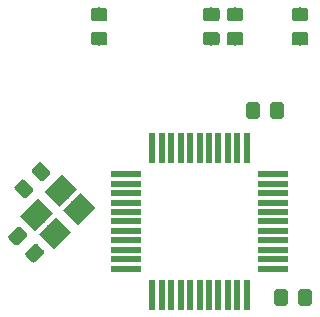
<source format=gtp>
G04 #@! TF.GenerationSoftware,KiCad,Pcbnew,(5.1.4)-1*
G04 #@! TF.CreationDate,2019-11-21T23:19:01-08:00*
G04 #@! TF.ProjectId,AODox,414f446f-782e-46b6-9963-61645f706362,v2*
G04 #@! TF.SameCoordinates,Original*
G04 #@! TF.FileFunction,Paste,Top*
G04 #@! TF.FilePolarity,Positive*
%FSLAX46Y46*%
G04 Gerber Fmt 4.6, Leading zero omitted, Abs format (unit mm)*
G04 Created by KiCad (PCBNEW (5.1.4)-1) date 2019-11-21 23:19:01*
%MOMM*%
%LPD*%
G04 APERTURE LIST*
%ADD10C,0.100000*%
%ADD11C,1.150000*%
%ADD12C,1.800000*%
%ADD13R,0.550000X2.500000*%
%ADD14R,2.500000X0.550000*%
G04 APERTURE END LIST*
D10*
G36*
X206179943Y-93718980D02*
G01*
X206204211Y-93722580D01*
X206228010Y-93728541D01*
X206251109Y-93736806D01*
X206273288Y-93747296D01*
X206294331Y-93759908D01*
X206314037Y-93774523D01*
X206332215Y-93790999D01*
X206791836Y-94250620D01*
X206808312Y-94268798D01*
X206822927Y-94288504D01*
X206835539Y-94309547D01*
X206846029Y-94331726D01*
X206854294Y-94354825D01*
X206860255Y-94378624D01*
X206863855Y-94402892D01*
X206865059Y-94427396D01*
X206863855Y-94451900D01*
X206860255Y-94476168D01*
X206854294Y-94499967D01*
X206846029Y-94523066D01*
X206835539Y-94545245D01*
X206822927Y-94566288D01*
X206808312Y-94585994D01*
X206791836Y-94604172D01*
X206155439Y-95240569D01*
X206137261Y-95257045D01*
X206117555Y-95271660D01*
X206096512Y-95284272D01*
X206074333Y-95294762D01*
X206051234Y-95303027D01*
X206027435Y-95308988D01*
X206003167Y-95312588D01*
X205978663Y-95313792D01*
X205954159Y-95312588D01*
X205929891Y-95308988D01*
X205906092Y-95303027D01*
X205882993Y-95294762D01*
X205860814Y-95284272D01*
X205839771Y-95271660D01*
X205820065Y-95257045D01*
X205801887Y-95240569D01*
X205342266Y-94780948D01*
X205325790Y-94762770D01*
X205311175Y-94743064D01*
X205298563Y-94722021D01*
X205288073Y-94699842D01*
X205279808Y-94676743D01*
X205273847Y-94652944D01*
X205270247Y-94628676D01*
X205269043Y-94604172D01*
X205270247Y-94579668D01*
X205273847Y-94555400D01*
X205279808Y-94531601D01*
X205288073Y-94508502D01*
X205298563Y-94486323D01*
X205311175Y-94465280D01*
X205325790Y-94445574D01*
X205342266Y-94427396D01*
X205978663Y-93790999D01*
X205996841Y-93774523D01*
X206016547Y-93759908D01*
X206037590Y-93747296D01*
X206059769Y-93736806D01*
X206082868Y-93728541D01*
X206106667Y-93722580D01*
X206130935Y-93718980D01*
X206155439Y-93717776D01*
X206179943Y-93718980D01*
X206179943Y-93718980D01*
G37*
D11*
X206067051Y-94515784D03*
D10*
G36*
X204730375Y-92269412D02*
G01*
X204754643Y-92273012D01*
X204778442Y-92278973D01*
X204801541Y-92287238D01*
X204823720Y-92297728D01*
X204844763Y-92310340D01*
X204864469Y-92324955D01*
X204882647Y-92341431D01*
X205342268Y-92801052D01*
X205358744Y-92819230D01*
X205373359Y-92838936D01*
X205385971Y-92859979D01*
X205396461Y-92882158D01*
X205404726Y-92905257D01*
X205410687Y-92929056D01*
X205414287Y-92953324D01*
X205415491Y-92977828D01*
X205414287Y-93002332D01*
X205410687Y-93026600D01*
X205404726Y-93050399D01*
X205396461Y-93073498D01*
X205385971Y-93095677D01*
X205373359Y-93116720D01*
X205358744Y-93136426D01*
X205342268Y-93154604D01*
X204705871Y-93791001D01*
X204687693Y-93807477D01*
X204667987Y-93822092D01*
X204646944Y-93834704D01*
X204624765Y-93845194D01*
X204601666Y-93853459D01*
X204577867Y-93859420D01*
X204553599Y-93863020D01*
X204529095Y-93864224D01*
X204504591Y-93863020D01*
X204480323Y-93859420D01*
X204456524Y-93853459D01*
X204433425Y-93845194D01*
X204411246Y-93834704D01*
X204390203Y-93822092D01*
X204370497Y-93807477D01*
X204352319Y-93791001D01*
X203892698Y-93331380D01*
X203876222Y-93313202D01*
X203861607Y-93293496D01*
X203848995Y-93272453D01*
X203838505Y-93250274D01*
X203830240Y-93227175D01*
X203824279Y-93203376D01*
X203820679Y-93179108D01*
X203819475Y-93154604D01*
X203820679Y-93130100D01*
X203824279Y-93105832D01*
X203830240Y-93082033D01*
X203838505Y-93058934D01*
X203848995Y-93036755D01*
X203861607Y-93015712D01*
X203876222Y-92996006D01*
X203892698Y-92977828D01*
X204529095Y-92341431D01*
X204547273Y-92324955D01*
X204566979Y-92310340D01*
X204588022Y-92297728D01*
X204610201Y-92287238D01*
X204633300Y-92278973D01*
X204657099Y-92273012D01*
X204681367Y-92269412D01*
X204705871Y-92268208D01*
X204730375Y-92269412D01*
X204730375Y-92269412D01*
G37*
D11*
X204617483Y-93066216D03*
D10*
G36*
X226929921Y-81732837D02*
G01*
X226954189Y-81736437D01*
X226977988Y-81742398D01*
X227001087Y-81750663D01*
X227023266Y-81761153D01*
X227044309Y-81773765D01*
X227064015Y-81788380D01*
X227082193Y-81804856D01*
X227098669Y-81823034D01*
X227113284Y-81842740D01*
X227125896Y-81863783D01*
X227136386Y-81885962D01*
X227144651Y-81909061D01*
X227150612Y-81932860D01*
X227154212Y-81957128D01*
X227155416Y-81981632D01*
X227155416Y-82881634D01*
X227154212Y-82906138D01*
X227150612Y-82930406D01*
X227144651Y-82954205D01*
X227136386Y-82977304D01*
X227125896Y-82999483D01*
X227113284Y-83020526D01*
X227098669Y-83040232D01*
X227082193Y-83058410D01*
X227064015Y-83074886D01*
X227044309Y-83089501D01*
X227023266Y-83102113D01*
X227001087Y-83112603D01*
X226977988Y-83120868D01*
X226954189Y-83126829D01*
X226929921Y-83130429D01*
X226905417Y-83131633D01*
X226255415Y-83131633D01*
X226230911Y-83130429D01*
X226206643Y-83126829D01*
X226182844Y-83120868D01*
X226159745Y-83112603D01*
X226137566Y-83102113D01*
X226116523Y-83089501D01*
X226096817Y-83074886D01*
X226078639Y-83058410D01*
X226062163Y-83040232D01*
X226047548Y-83020526D01*
X226034936Y-82999483D01*
X226024446Y-82977304D01*
X226016181Y-82954205D01*
X226010220Y-82930406D01*
X226006620Y-82906138D01*
X226005416Y-82881634D01*
X226005416Y-81981632D01*
X226006620Y-81957128D01*
X226010220Y-81932860D01*
X226016181Y-81909061D01*
X226024446Y-81885962D01*
X226034936Y-81863783D01*
X226047548Y-81842740D01*
X226062163Y-81823034D01*
X226078639Y-81804856D01*
X226096817Y-81788380D01*
X226116523Y-81773765D01*
X226137566Y-81761153D01*
X226159745Y-81750663D01*
X226182844Y-81742398D01*
X226206643Y-81736437D01*
X226230911Y-81732837D01*
X226255415Y-81731633D01*
X226905417Y-81731633D01*
X226929921Y-81732837D01*
X226929921Y-81732837D01*
G37*
D11*
X226580416Y-82431633D03*
D10*
G36*
X224879921Y-81732837D02*
G01*
X224904189Y-81736437D01*
X224927988Y-81742398D01*
X224951087Y-81750663D01*
X224973266Y-81761153D01*
X224994309Y-81773765D01*
X225014015Y-81788380D01*
X225032193Y-81804856D01*
X225048669Y-81823034D01*
X225063284Y-81842740D01*
X225075896Y-81863783D01*
X225086386Y-81885962D01*
X225094651Y-81909061D01*
X225100612Y-81932860D01*
X225104212Y-81957128D01*
X225105416Y-81981632D01*
X225105416Y-82881634D01*
X225104212Y-82906138D01*
X225100612Y-82930406D01*
X225094651Y-82954205D01*
X225086386Y-82977304D01*
X225075896Y-82999483D01*
X225063284Y-83020526D01*
X225048669Y-83040232D01*
X225032193Y-83058410D01*
X225014015Y-83074886D01*
X224994309Y-83089501D01*
X224973266Y-83102113D01*
X224951087Y-83112603D01*
X224927988Y-83120868D01*
X224904189Y-83126829D01*
X224879921Y-83130429D01*
X224855417Y-83131633D01*
X224205415Y-83131633D01*
X224180911Y-83130429D01*
X224156643Y-83126829D01*
X224132844Y-83120868D01*
X224109745Y-83112603D01*
X224087566Y-83102113D01*
X224066523Y-83089501D01*
X224046817Y-83074886D01*
X224028639Y-83058410D01*
X224012163Y-83040232D01*
X223997548Y-83020526D01*
X223984936Y-82999483D01*
X223974446Y-82977304D01*
X223966181Y-82954205D01*
X223960220Y-82930406D01*
X223956620Y-82906138D01*
X223955416Y-82881634D01*
X223955416Y-81981632D01*
X223956620Y-81957128D01*
X223960220Y-81932860D01*
X223966181Y-81909061D01*
X223974446Y-81885962D01*
X223984936Y-81863783D01*
X223997548Y-81842740D01*
X224012163Y-81823034D01*
X224028639Y-81804856D01*
X224046817Y-81788380D01*
X224066523Y-81773765D01*
X224087566Y-81761153D01*
X224109745Y-81750663D01*
X224132844Y-81742398D01*
X224156643Y-81736437D01*
X224180911Y-81732837D01*
X224205415Y-81731633D01*
X224855417Y-81731633D01*
X224879921Y-81732837D01*
X224879921Y-81732837D01*
G37*
D11*
X224530416Y-82431633D03*
D10*
G36*
X206533150Y-86827241D02*
G01*
X206557418Y-86830841D01*
X206581217Y-86836802D01*
X206604316Y-86845067D01*
X206626495Y-86855557D01*
X206647538Y-86868169D01*
X206667244Y-86882784D01*
X206685422Y-86899260D01*
X207321819Y-87535657D01*
X207338295Y-87553835D01*
X207352910Y-87573541D01*
X207365522Y-87594584D01*
X207376012Y-87616763D01*
X207384277Y-87639862D01*
X207390238Y-87663661D01*
X207393838Y-87687929D01*
X207395042Y-87712433D01*
X207393838Y-87736937D01*
X207390238Y-87761205D01*
X207384277Y-87785004D01*
X207376012Y-87808103D01*
X207365522Y-87830282D01*
X207352910Y-87851325D01*
X207338295Y-87871031D01*
X207321819Y-87889209D01*
X206862198Y-88348830D01*
X206844020Y-88365306D01*
X206824314Y-88379921D01*
X206803271Y-88392533D01*
X206781092Y-88403023D01*
X206757993Y-88411288D01*
X206734194Y-88417249D01*
X206709926Y-88420849D01*
X206685422Y-88422053D01*
X206660918Y-88420849D01*
X206636650Y-88417249D01*
X206612851Y-88411288D01*
X206589752Y-88403023D01*
X206567573Y-88392533D01*
X206546530Y-88379921D01*
X206526824Y-88365306D01*
X206508646Y-88348830D01*
X205872249Y-87712433D01*
X205855773Y-87694255D01*
X205841158Y-87674549D01*
X205828546Y-87653506D01*
X205818056Y-87631327D01*
X205809791Y-87608228D01*
X205803830Y-87584429D01*
X205800230Y-87560161D01*
X205799026Y-87535657D01*
X205800230Y-87511153D01*
X205803830Y-87486885D01*
X205809791Y-87463086D01*
X205818056Y-87439987D01*
X205828546Y-87417808D01*
X205841158Y-87396765D01*
X205855773Y-87377059D01*
X205872249Y-87358881D01*
X206331870Y-86899260D01*
X206350048Y-86882784D01*
X206369754Y-86868169D01*
X206390797Y-86855557D01*
X206412976Y-86845067D01*
X206436075Y-86836802D01*
X206459874Y-86830841D01*
X206484142Y-86827241D01*
X206508646Y-86826037D01*
X206533150Y-86827241D01*
X206533150Y-86827241D01*
G37*
D11*
X206597034Y-87624045D03*
D10*
G36*
X205083582Y-88276809D02*
G01*
X205107850Y-88280409D01*
X205131649Y-88286370D01*
X205154748Y-88294635D01*
X205176927Y-88305125D01*
X205197970Y-88317737D01*
X205217676Y-88332352D01*
X205235854Y-88348828D01*
X205872251Y-88985225D01*
X205888727Y-89003403D01*
X205903342Y-89023109D01*
X205915954Y-89044152D01*
X205926444Y-89066331D01*
X205934709Y-89089430D01*
X205940670Y-89113229D01*
X205944270Y-89137497D01*
X205945474Y-89162001D01*
X205944270Y-89186505D01*
X205940670Y-89210773D01*
X205934709Y-89234572D01*
X205926444Y-89257671D01*
X205915954Y-89279850D01*
X205903342Y-89300893D01*
X205888727Y-89320599D01*
X205872251Y-89338777D01*
X205412630Y-89798398D01*
X205394452Y-89814874D01*
X205374746Y-89829489D01*
X205353703Y-89842101D01*
X205331524Y-89852591D01*
X205308425Y-89860856D01*
X205284626Y-89866817D01*
X205260358Y-89870417D01*
X205235854Y-89871621D01*
X205211350Y-89870417D01*
X205187082Y-89866817D01*
X205163283Y-89860856D01*
X205140184Y-89852591D01*
X205118005Y-89842101D01*
X205096962Y-89829489D01*
X205077256Y-89814874D01*
X205059078Y-89798398D01*
X204422681Y-89162001D01*
X204406205Y-89143823D01*
X204391590Y-89124117D01*
X204378978Y-89103074D01*
X204368488Y-89080895D01*
X204360223Y-89057796D01*
X204354262Y-89033997D01*
X204350662Y-89009729D01*
X204349458Y-88985225D01*
X204350662Y-88960721D01*
X204354262Y-88936453D01*
X204360223Y-88912654D01*
X204368488Y-88889555D01*
X204378978Y-88867376D01*
X204391590Y-88846333D01*
X204406205Y-88826627D01*
X204422681Y-88808449D01*
X204882302Y-88348828D01*
X204900480Y-88332352D01*
X204920186Y-88317737D01*
X204941229Y-88305125D01*
X204963408Y-88294635D01*
X204986507Y-88286370D01*
X205010306Y-88280409D01*
X205034574Y-88276809D01*
X205059078Y-88275605D01*
X205083582Y-88276809D01*
X205083582Y-88276809D01*
G37*
D11*
X205147466Y-89073613D03*
D10*
G36*
X221491537Y-73737200D02*
G01*
X221515805Y-73740800D01*
X221539604Y-73746761D01*
X221562703Y-73755026D01*
X221584882Y-73765516D01*
X221605925Y-73778128D01*
X221625631Y-73792743D01*
X221643809Y-73809219D01*
X221660285Y-73827397D01*
X221674900Y-73847103D01*
X221687512Y-73868146D01*
X221698002Y-73890325D01*
X221706267Y-73913424D01*
X221712228Y-73937223D01*
X221715828Y-73961491D01*
X221717032Y-73985995D01*
X221717032Y-74635997D01*
X221715828Y-74660501D01*
X221712228Y-74684769D01*
X221706267Y-74708568D01*
X221698002Y-74731667D01*
X221687512Y-74753846D01*
X221674900Y-74774889D01*
X221660285Y-74794595D01*
X221643809Y-74812773D01*
X221625631Y-74829249D01*
X221605925Y-74843864D01*
X221584882Y-74856476D01*
X221562703Y-74866966D01*
X221539604Y-74875231D01*
X221515805Y-74881192D01*
X221491537Y-74884792D01*
X221467033Y-74885996D01*
X220567031Y-74885996D01*
X220542527Y-74884792D01*
X220518259Y-74881192D01*
X220494460Y-74875231D01*
X220471361Y-74866966D01*
X220449182Y-74856476D01*
X220428139Y-74843864D01*
X220408433Y-74829249D01*
X220390255Y-74812773D01*
X220373779Y-74794595D01*
X220359164Y-74774889D01*
X220346552Y-74753846D01*
X220336062Y-74731667D01*
X220327797Y-74708568D01*
X220321836Y-74684769D01*
X220318236Y-74660501D01*
X220317032Y-74635997D01*
X220317032Y-73985995D01*
X220318236Y-73961491D01*
X220321836Y-73937223D01*
X220327797Y-73913424D01*
X220336062Y-73890325D01*
X220346552Y-73868146D01*
X220359164Y-73847103D01*
X220373779Y-73827397D01*
X220390255Y-73809219D01*
X220408433Y-73792743D01*
X220428139Y-73778128D01*
X220449182Y-73765516D01*
X220471361Y-73755026D01*
X220494460Y-73746761D01*
X220518259Y-73740800D01*
X220542527Y-73737200D01*
X220567031Y-73735996D01*
X221467033Y-73735996D01*
X221491537Y-73737200D01*
X221491537Y-73737200D01*
G37*
D11*
X221017032Y-74310996D03*
D10*
G36*
X221491537Y-75787200D02*
G01*
X221515805Y-75790800D01*
X221539604Y-75796761D01*
X221562703Y-75805026D01*
X221584882Y-75815516D01*
X221605925Y-75828128D01*
X221625631Y-75842743D01*
X221643809Y-75859219D01*
X221660285Y-75877397D01*
X221674900Y-75897103D01*
X221687512Y-75918146D01*
X221698002Y-75940325D01*
X221706267Y-75963424D01*
X221712228Y-75987223D01*
X221715828Y-76011491D01*
X221717032Y-76035995D01*
X221717032Y-76685997D01*
X221715828Y-76710501D01*
X221712228Y-76734769D01*
X221706267Y-76758568D01*
X221698002Y-76781667D01*
X221687512Y-76803846D01*
X221674900Y-76824889D01*
X221660285Y-76844595D01*
X221643809Y-76862773D01*
X221625631Y-76879249D01*
X221605925Y-76893864D01*
X221584882Y-76906476D01*
X221562703Y-76916966D01*
X221539604Y-76925231D01*
X221515805Y-76931192D01*
X221491537Y-76934792D01*
X221467033Y-76935996D01*
X220567031Y-76935996D01*
X220542527Y-76934792D01*
X220518259Y-76931192D01*
X220494460Y-76925231D01*
X220471361Y-76916966D01*
X220449182Y-76906476D01*
X220428139Y-76893864D01*
X220408433Y-76879249D01*
X220390255Y-76862773D01*
X220373779Y-76844595D01*
X220359164Y-76824889D01*
X220346552Y-76803846D01*
X220336062Y-76781667D01*
X220327797Y-76758568D01*
X220321836Y-76734769D01*
X220318236Y-76710501D01*
X220317032Y-76685997D01*
X220317032Y-76035995D01*
X220318236Y-76011491D01*
X220321836Y-75987223D01*
X220327797Y-75963424D01*
X220336062Y-75940325D01*
X220346552Y-75918146D01*
X220359164Y-75897103D01*
X220373779Y-75877397D01*
X220390255Y-75859219D01*
X220408433Y-75842743D01*
X220428139Y-75828128D01*
X220449182Y-75815516D01*
X220471361Y-75805026D01*
X220494460Y-75796761D01*
X220518259Y-75790800D01*
X220542527Y-75787200D01*
X220567031Y-75785996D01*
X221467033Y-75785996D01*
X221491537Y-75787200D01*
X221491537Y-75787200D01*
G37*
D11*
X221017032Y-76360996D03*
D10*
G36*
X229299918Y-97562837D02*
G01*
X229324186Y-97566437D01*
X229347985Y-97572398D01*
X229371084Y-97580663D01*
X229393263Y-97591153D01*
X229414306Y-97603765D01*
X229434012Y-97618380D01*
X229452190Y-97634856D01*
X229468666Y-97653034D01*
X229483281Y-97672740D01*
X229495893Y-97693783D01*
X229506383Y-97715962D01*
X229514648Y-97739061D01*
X229520609Y-97762860D01*
X229524209Y-97787128D01*
X229525413Y-97811632D01*
X229525413Y-98711634D01*
X229524209Y-98736138D01*
X229520609Y-98760406D01*
X229514648Y-98784205D01*
X229506383Y-98807304D01*
X229495893Y-98829483D01*
X229483281Y-98850526D01*
X229468666Y-98870232D01*
X229452190Y-98888410D01*
X229434012Y-98904886D01*
X229414306Y-98919501D01*
X229393263Y-98932113D01*
X229371084Y-98942603D01*
X229347985Y-98950868D01*
X229324186Y-98956829D01*
X229299918Y-98960429D01*
X229275414Y-98961633D01*
X228625412Y-98961633D01*
X228600908Y-98960429D01*
X228576640Y-98956829D01*
X228552841Y-98950868D01*
X228529742Y-98942603D01*
X228507563Y-98932113D01*
X228486520Y-98919501D01*
X228466814Y-98904886D01*
X228448636Y-98888410D01*
X228432160Y-98870232D01*
X228417545Y-98850526D01*
X228404933Y-98829483D01*
X228394443Y-98807304D01*
X228386178Y-98784205D01*
X228380217Y-98760406D01*
X228376617Y-98736138D01*
X228375413Y-98711634D01*
X228375413Y-97811632D01*
X228376617Y-97787128D01*
X228380217Y-97762860D01*
X228386178Y-97739061D01*
X228394443Y-97715962D01*
X228404933Y-97693783D01*
X228417545Y-97672740D01*
X228432160Y-97653034D01*
X228448636Y-97634856D01*
X228466814Y-97618380D01*
X228486520Y-97603765D01*
X228507563Y-97591153D01*
X228529742Y-97580663D01*
X228552841Y-97572398D01*
X228576640Y-97566437D01*
X228600908Y-97562837D01*
X228625412Y-97561633D01*
X229275414Y-97561633D01*
X229299918Y-97562837D01*
X229299918Y-97562837D01*
G37*
D11*
X228950413Y-98261633D03*
D10*
G36*
X227249918Y-97562837D02*
G01*
X227274186Y-97566437D01*
X227297985Y-97572398D01*
X227321084Y-97580663D01*
X227343263Y-97591153D01*
X227364306Y-97603765D01*
X227384012Y-97618380D01*
X227402190Y-97634856D01*
X227418666Y-97653034D01*
X227433281Y-97672740D01*
X227445893Y-97693783D01*
X227456383Y-97715962D01*
X227464648Y-97739061D01*
X227470609Y-97762860D01*
X227474209Y-97787128D01*
X227475413Y-97811632D01*
X227475413Y-98711634D01*
X227474209Y-98736138D01*
X227470609Y-98760406D01*
X227464648Y-98784205D01*
X227456383Y-98807304D01*
X227445893Y-98829483D01*
X227433281Y-98850526D01*
X227418666Y-98870232D01*
X227402190Y-98888410D01*
X227384012Y-98904886D01*
X227364306Y-98919501D01*
X227343263Y-98932113D01*
X227321084Y-98942603D01*
X227297985Y-98950868D01*
X227274186Y-98956829D01*
X227249918Y-98960429D01*
X227225414Y-98961633D01*
X226575412Y-98961633D01*
X226550908Y-98960429D01*
X226526640Y-98956829D01*
X226502841Y-98950868D01*
X226479742Y-98942603D01*
X226457563Y-98932113D01*
X226436520Y-98919501D01*
X226416814Y-98904886D01*
X226398636Y-98888410D01*
X226382160Y-98870232D01*
X226367545Y-98850526D01*
X226354933Y-98829483D01*
X226344443Y-98807304D01*
X226336178Y-98784205D01*
X226330217Y-98760406D01*
X226326617Y-98736138D01*
X226325413Y-98711634D01*
X226325413Y-97811632D01*
X226326617Y-97787128D01*
X226330217Y-97762860D01*
X226336178Y-97739061D01*
X226344443Y-97715962D01*
X226354933Y-97693783D01*
X226367545Y-97672740D01*
X226382160Y-97653034D01*
X226398636Y-97634856D01*
X226416814Y-97618380D01*
X226436520Y-97603765D01*
X226457563Y-97591153D01*
X226479742Y-97580663D01*
X226502841Y-97572398D01*
X226526640Y-97566437D01*
X226550908Y-97562837D01*
X226575412Y-97561633D01*
X227225414Y-97561633D01*
X227249918Y-97562837D01*
X227249918Y-97562837D01*
G37*
D11*
X226900413Y-98261633D03*
D10*
G36*
X228991771Y-75787206D02*
G01*
X229016039Y-75790806D01*
X229039838Y-75796767D01*
X229062937Y-75805032D01*
X229085116Y-75815522D01*
X229106159Y-75828134D01*
X229125865Y-75842749D01*
X229144043Y-75859225D01*
X229160519Y-75877403D01*
X229175134Y-75897109D01*
X229187746Y-75918152D01*
X229198236Y-75940331D01*
X229206501Y-75963430D01*
X229212462Y-75987229D01*
X229216062Y-76011497D01*
X229217266Y-76036001D01*
X229217266Y-76686003D01*
X229216062Y-76710507D01*
X229212462Y-76734775D01*
X229206501Y-76758574D01*
X229198236Y-76781673D01*
X229187746Y-76803852D01*
X229175134Y-76824895D01*
X229160519Y-76844601D01*
X229144043Y-76862779D01*
X229125865Y-76879255D01*
X229106159Y-76893870D01*
X229085116Y-76906482D01*
X229062937Y-76916972D01*
X229039838Y-76925237D01*
X229016039Y-76931198D01*
X228991771Y-76934798D01*
X228967267Y-76936002D01*
X228067265Y-76936002D01*
X228042761Y-76934798D01*
X228018493Y-76931198D01*
X227994694Y-76925237D01*
X227971595Y-76916972D01*
X227949416Y-76906482D01*
X227928373Y-76893870D01*
X227908667Y-76879255D01*
X227890489Y-76862779D01*
X227874013Y-76844601D01*
X227859398Y-76824895D01*
X227846786Y-76803852D01*
X227836296Y-76781673D01*
X227828031Y-76758574D01*
X227822070Y-76734775D01*
X227818470Y-76710507D01*
X227817266Y-76686003D01*
X227817266Y-76036001D01*
X227818470Y-76011497D01*
X227822070Y-75987229D01*
X227828031Y-75963430D01*
X227836296Y-75940331D01*
X227846786Y-75918152D01*
X227859398Y-75897109D01*
X227874013Y-75877403D01*
X227890489Y-75859225D01*
X227908667Y-75842749D01*
X227928373Y-75828134D01*
X227949416Y-75815522D01*
X227971595Y-75805032D01*
X227994694Y-75796767D01*
X228018493Y-75790806D01*
X228042761Y-75787206D01*
X228067265Y-75786002D01*
X228967267Y-75786002D01*
X228991771Y-75787206D01*
X228991771Y-75787206D01*
G37*
D11*
X228517266Y-76361002D03*
D10*
G36*
X228991771Y-73737206D02*
G01*
X229016039Y-73740806D01*
X229039838Y-73746767D01*
X229062937Y-73755032D01*
X229085116Y-73765522D01*
X229106159Y-73778134D01*
X229125865Y-73792749D01*
X229144043Y-73809225D01*
X229160519Y-73827403D01*
X229175134Y-73847109D01*
X229187746Y-73868152D01*
X229198236Y-73890331D01*
X229206501Y-73913430D01*
X229212462Y-73937229D01*
X229216062Y-73961497D01*
X229217266Y-73986001D01*
X229217266Y-74636003D01*
X229216062Y-74660507D01*
X229212462Y-74684775D01*
X229206501Y-74708574D01*
X229198236Y-74731673D01*
X229187746Y-74753852D01*
X229175134Y-74774895D01*
X229160519Y-74794601D01*
X229144043Y-74812779D01*
X229125865Y-74829255D01*
X229106159Y-74843870D01*
X229085116Y-74856482D01*
X229062937Y-74866972D01*
X229039838Y-74875237D01*
X229016039Y-74881198D01*
X228991771Y-74884798D01*
X228967267Y-74886002D01*
X228067265Y-74886002D01*
X228042761Y-74884798D01*
X228018493Y-74881198D01*
X227994694Y-74875237D01*
X227971595Y-74866972D01*
X227949416Y-74856482D01*
X227928373Y-74843870D01*
X227908667Y-74829255D01*
X227890489Y-74812779D01*
X227874013Y-74794601D01*
X227859398Y-74774895D01*
X227846786Y-74753852D01*
X227836296Y-74731673D01*
X227828031Y-74708574D01*
X227822070Y-74684775D01*
X227818470Y-74660507D01*
X227817266Y-74636003D01*
X227817266Y-73986001D01*
X227818470Y-73961497D01*
X227822070Y-73937229D01*
X227828031Y-73913430D01*
X227836296Y-73890331D01*
X227846786Y-73868152D01*
X227859398Y-73847109D01*
X227874013Y-73827403D01*
X227890489Y-73809225D01*
X227908667Y-73792749D01*
X227928373Y-73778134D01*
X227949416Y-73765522D01*
X227971595Y-73755032D01*
X227994694Y-73746767D01*
X228018493Y-73740806D01*
X228042761Y-73737206D01*
X228067265Y-73736002D01*
X228967267Y-73736002D01*
X228991771Y-73737206D01*
X228991771Y-73737206D01*
G37*
D11*
X228517266Y-74311002D03*
D10*
G36*
X211991767Y-75787199D02*
G01*
X212016035Y-75790799D01*
X212039834Y-75796760D01*
X212062933Y-75805025D01*
X212085112Y-75815515D01*
X212106155Y-75828127D01*
X212125861Y-75842742D01*
X212144039Y-75859218D01*
X212160515Y-75877396D01*
X212175130Y-75897102D01*
X212187742Y-75918145D01*
X212198232Y-75940324D01*
X212206497Y-75963423D01*
X212212458Y-75987222D01*
X212216058Y-76011490D01*
X212217262Y-76035994D01*
X212217262Y-76685996D01*
X212216058Y-76710500D01*
X212212458Y-76734768D01*
X212206497Y-76758567D01*
X212198232Y-76781666D01*
X212187742Y-76803845D01*
X212175130Y-76824888D01*
X212160515Y-76844594D01*
X212144039Y-76862772D01*
X212125861Y-76879248D01*
X212106155Y-76893863D01*
X212085112Y-76906475D01*
X212062933Y-76916965D01*
X212039834Y-76925230D01*
X212016035Y-76931191D01*
X211991767Y-76934791D01*
X211967263Y-76935995D01*
X211067261Y-76935995D01*
X211042757Y-76934791D01*
X211018489Y-76931191D01*
X210994690Y-76925230D01*
X210971591Y-76916965D01*
X210949412Y-76906475D01*
X210928369Y-76893863D01*
X210908663Y-76879248D01*
X210890485Y-76862772D01*
X210874009Y-76844594D01*
X210859394Y-76824888D01*
X210846782Y-76803845D01*
X210836292Y-76781666D01*
X210828027Y-76758567D01*
X210822066Y-76734768D01*
X210818466Y-76710500D01*
X210817262Y-76685996D01*
X210817262Y-76035994D01*
X210818466Y-76011490D01*
X210822066Y-75987222D01*
X210828027Y-75963423D01*
X210836292Y-75940324D01*
X210846782Y-75918145D01*
X210859394Y-75897102D01*
X210874009Y-75877396D01*
X210890485Y-75859218D01*
X210908663Y-75842742D01*
X210928369Y-75828127D01*
X210949412Y-75815515D01*
X210971591Y-75805025D01*
X210994690Y-75796760D01*
X211018489Y-75790799D01*
X211042757Y-75787199D01*
X211067261Y-75785995D01*
X211967263Y-75785995D01*
X211991767Y-75787199D01*
X211991767Y-75787199D01*
G37*
D11*
X211517262Y-76360995D03*
D10*
G36*
X211991767Y-73737199D02*
G01*
X212016035Y-73740799D01*
X212039834Y-73746760D01*
X212062933Y-73755025D01*
X212085112Y-73765515D01*
X212106155Y-73778127D01*
X212125861Y-73792742D01*
X212144039Y-73809218D01*
X212160515Y-73827396D01*
X212175130Y-73847102D01*
X212187742Y-73868145D01*
X212198232Y-73890324D01*
X212206497Y-73913423D01*
X212212458Y-73937222D01*
X212216058Y-73961490D01*
X212217262Y-73985994D01*
X212217262Y-74635996D01*
X212216058Y-74660500D01*
X212212458Y-74684768D01*
X212206497Y-74708567D01*
X212198232Y-74731666D01*
X212187742Y-74753845D01*
X212175130Y-74774888D01*
X212160515Y-74794594D01*
X212144039Y-74812772D01*
X212125861Y-74829248D01*
X212106155Y-74843863D01*
X212085112Y-74856475D01*
X212062933Y-74866965D01*
X212039834Y-74875230D01*
X212016035Y-74881191D01*
X211991767Y-74884791D01*
X211967263Y-74885995D01*
X211067261Y-74885995D01*
X211042757Y-74884791D01*
X211018489Y-74881191D01*
X210994690Y-74875230D01*
X210971591Y-74866965D01*
X210949412Y-74856475D01*
X210928369Y-74843863D01*
X210908663Y-74829248D01*
X210890485Y-74812772D01*
X210874009Y-74794594D01*
X210859394Y-74774888D01*
X210846782Y-74753845D01*
X210836292Y-74731666D01*
X210828027Y-74708567D01*
X210822066Y-74684768D01*
X210818466Y-74660500D01*
X210817262Y-74635996D01*
X210817262Y-73985994D01*
X210818466Y-73961490D01*
X210822066Y-73937222D01*
X210828027Y-73913423D01*
X210836292Y-73890324D01*
X210846782Y-73868145D01*
X210859394Y-73847102D01*
X210874009Y-73827396D01*
X210890485Y-73809218D01*
X210908663Y-73792742D01*
X210928369Y-73778127D01*
X210949412Y-73765515D01*
X210971591Y-73755025D01*
X210994690Y-73746760D01*
X211018489Y-73740799D01*
X211042757Y-73737199D01*
X211067261Y-73735995D01*
X211967263Y-73735995D01*
X211991767Y-73737199D01*
X211991767Y-73737199D01*
G37*
D11*
X211517262Y-74310995D03*
D12*
X209835387Y-90773515D03*
D10*
G36*
X209941453Y-89394657D02*
G01*
X211214245Y-90667449D01*
X209729321Y-92152373D01*
X208456529Y-90879581D01*
X209941453Y-89394657D01*
X209941453Y-89394657D01*
G37*
D12*
X207784778Y-92824124D03*
D10*
G36*
X207890844Y-91445266D02*
G01*
X209163636Y-92718058D01*
X207678712Y-94202982D01*
X206405920Y-92930190D01*
X207890844Y-91445266D01*
X207890844Y-91445266D01*
G37*
D12*
X206229143Y-91268489D03*
D10*
G36*
X206335209Y-89889631D02*
G01*
X207608001Y-91162423D01*
X206123077Y-92647347D01*
X204850285Y-91374555D01*
X206335209Y-89889631D01*
X206335209Y-89889631D01*
G37*
D12*
X208279752Y-89217880D03*
D10*
G36*
X208385818Y-87839022D02*
G01*
X209658610Y-89111814D01*
X208173686Y-90596738D01*
X206900894Y-89323946D01*
X208385818Y-87839022D01*
X208385818Y-87839022D01*
G37*
G36*
X223491539Y-73737202D02*
G01*
X223515807Y-73740802D01*
X223539606Y-73746763D01*
X223562705Y-73755028D01*
X223584884Y-73765518D01*
X223605927Y-73778130D01*
X223625633Y-73792745D01*
X223643811Y-73809221D01*
X223660287Y-73827399D01*
X223674902Y-73847105D01*
X223687514Y-73868148D01*
X223698004Y-73890327D01*
X223706269Y-73913426D01*
X223712230Y-73937225D01*
X223715830Y-73961493D01*
X223717034Y-73985997D01*
X223717034Y-74635999D01*
X223715830Y-74660503D01*
X223712230Y-74684771D01*
X223706269Y-74708570D01*
X223698004Y-74731669D01*
X223687514Y-74753848D01*
X223674902Y-74774891D01*
X223660287Y-74794597D01*
X223643811Y-74812775D01*
X223625633Y-74829251D01*
X223605927Y-74843866D01*
X223584884Y-74856478D01*
X223562705Y-74866968D01*
X223539606Y-74875233D01*
X223515807Y-74881194D01*
X223491539Y-74884794D01*
X223467035Y-74885998D01*
X222567033Y-74885998D01*
X222542529Y-74884794D01*
X222518261Y-74881194D01*
X222494462Y-74875233D01*
X222471363Y-74866968D01*
X222449184Y-74856478D01*
X222428141Y-74843866D01*
X222408435Y-74829251D01*
X222390257Y-74812775D01*
X222373781Y-74794597D01*
X222359166Y-74774891D01*
X222346554Y-74753848D01*
X222336064Y-74731669D01*
X222327799Y-74708570D01*
X222321838Y-74684771D01*
X222318238Y-74660503D01*
X222317034Y-74635999D01*
X222317034Y-73985997D01*
X222318238Y-73961493D01*
X222321838Y-73937225D01*
X222327799Y-73913426D01*
X222336064Y-73890327D01*
X222346554Y-73868148D01*
X222359166Y-73847105D01*
X222373781Y-73827399D01*
X222390257Y-73809221D01*
X222408435Y-73792745D01*
X222428141Y-73778130D01*
X222449184Y-73765518D01*
X222471363Y-73755028D01*
X222494462Y-73746763D01*
X222518261Y-73740802D01*
X222542529Y-73737202D01*
X222567033Y-73735998D01*
X223467035Y-73735998D01*
X223491539Y-73737202D01*
X223491539Y-73737202D01*
G37*
D11*
X223017034Y-74310998D03*
D10*
G36*
X223491539Y-75787202D02*
G01*
X223515807Y-75790802D01*
X223539606Y-75796763D01*
X223562705Y-75805028D01*
X223584884Y-75815518D01*
X223605927Y-75828130D01*
X223625633Y-75842745D01*
X223643811Y-75859221D01*
X223660287Y-75877399D01*
X223674902Y-75897105D01*
X223687514Y-75918148D01*
X223698004Y-75940327D01*
X223706269Y-75963426D01*
X223712230Y-75987225D01*
X223715830Y-76011493D01*
X223717034Y-76035997D01*
X223717034Y-76685999D01*
X223715830Y-76710503D01*
X223712230Y-76734771D01*
X223706269Y-76758570D01*
X223698004Y-76781669D01*
X223687514Y-76803848D01*
X223674902Y-76824891D01*
X223660287Y-76844597D01*
X223643811Y-76862775D01*
X223625633Y-76879251D01*
X223605927Y-76893866D01*
X223584884Y-76906478D01*
X223562705Y-76916968D01*
X223539606Y-76925233D01*
X223515807Y-76931194D01*
X223491539Y-76934794D01*
X223467035Y-76935998D01*
X222567033Y-76935998D01*
X222542529Y-76934794D01*
X222518261Y-76931194D01*
X222494462Y-76925233D01*
X222471363Y-76916968D01*
X222449184Y-76906478D01*
X222428141Y-76893866D01*
X222408435Y-76879251D01*
X222390257Y-76862775D01*
X222373781Y-76844597D01*
X222359166Y-76824891D01*
X222346554Y-76803848D01*
X222336064Y-76781669D01*
X222327799Y-76758570D01*
X222321838Y-76734771D01*
X222318238Y-76710503D01*
X222317034Y-76685999D01*
X222317034Y-76035997D01*
X222318238Y-76011493D01*
X222321838Y-75987225D01*
X222327799Y-75963426D01*
X222336064Y-75940327D01*
X222346554Y-75918148D01*
X222359166Y-75897105D01*
X222373781Y-75877399D01*
X222390257Y-75859221D01*
X222408435Y-75842745D01*
X222428141Y-75828130D01*
X222449184Y-75815518D01*
X222471363Y-75805028D01*
X222494462Y-75796763D01*
X222518261Y-75790802D01*
X222542529Y-75787202D01*
X222567033Y-75785998D01*
X223467035Y-75785998D01*
X223491539Y-75787202D01*
X223491539Y-75787202D01*
G37*
D11*
X223017034Y-76360998D03*
D13*
X224017039Y-85635996D03*
X223217039Y-85635996D03*
X222417039Y-85635996D03*
X221617039Y-85635996D03*
X220817039Y-85635996D03*
X220017039Y-85635996D03*
X219217039Y-85635996D03*
X218417039Y-85635996D03*
X217617039Y-85635996D03*
X216817039Y-85635996D03*
X216017039Y-85635996D03*
D14*
X213817039Y-87835996D03*
X213817039Y-88635996D03*
X213817039Y-89435996D03*
X213817039Y-90235996D03*
X213817039Y-91035996D03*
X213817039Y-91835996D03*
X213817039Y-92635996D03*
X213817039Y-93435996D03*
X213817039Y-94235996D03*
X213817039Y-95035996D03*
X213817039Y-95835996D03*
D13*
X216017039Y-98035996D03*
X216817039Y-98035996D03*
X217617039Y-98035996D03*
X218417039Y-98035996D03*
X219217039Y-98035996D03*
X220017039Y-98035996D03*
X220817039Y-98035996D03*
X221617039Y-98035996D03*
X222417039Y-98035996D03*
X223217039Y-98035996D03*
X224017039Y-98035996D03*
D14*
X226217039Y-95835996D03*
X226217039Y-95035996D03*
X226217039Y-94235996D03*
X226217039Y-93435996D03*
X226217039Y-92635996D03*
X226217039Y-91835996D03*
X226217039Y-91035996D03*
X226217039Y-90235996D03*
X226217039Y-89435996D03*
X226217039Y-88635996D03*
X226217039Y-87835996D03*
M02*

</source>
